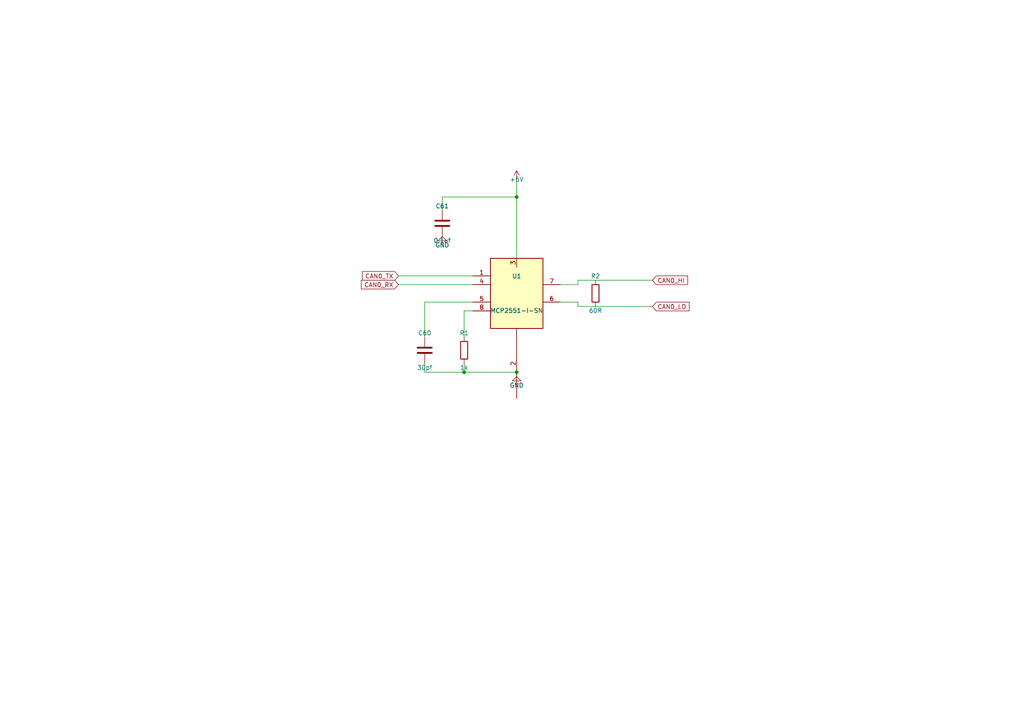
<source format=kicad_sch>
(kicad_sch (version 20231120) (generator "tokn_decoder") (generator_version "1.0")
  (paper "A4")
  (title_block (title "MCP2551 CAN Transciever"))
  (lib_symbols
    (symbol "Device:C" (pin_numbers (hide yes)) (pin_names (offset 0.254))
      (property "Reference" "C" (at 0.635 2.54 0))
      (property "Value" "C" (at 0.635 -2.54 0))
      (symbol "C_0_1"
        (polyline (pts (xy -2.032 0.762) (xy 2.032 0.762)) (stroke (width 0.508)))
        (polyline (pts (xy -2.032 -0.762) (xy 2.032 -0.762)) (stroke (width 0.508)))
      )
      (symbol "C_1_1"
        (pin passive line (at 0 3.81 270) (length 2.794) (name "~") (number "1"))
        (pin passive line (at 0 -3.81 90) (length 2.794) (name "~") (number "2"))
      )
    )
    (symbol "Device:R" (pin_numbers (hide yes)) (pin_names (offset 0))
      (property "Reference" "R" (at 2.032 0 90))
      (property "Value" "R" (at 0 0 90))
      (symbol "R_0_1"
        (rectangle (start -1.016 -2.54) (end 1.016 2.54) (stroke (width 0.254)))
      )
      (symbol "R_1_1"
        (pin passive line (at 0 3.81 270) (length 1.27) (name "~") (number "1"))
        (pin passive line (at 0 -3.81 90) (length 1.27) (name "~") (number "2"))
      )
    )
    (symbol "tokn:MCP2551"
      (property "Reference" "U" (at 14.7 -10.16 0))
      (property "Value" "MCP2551" (at 14.7 -7.62 0))
      (symbol "MCP2551_1_1"
        (rectangle (start -7.619999999999999 -10.16) (end 7.619999999999999 10.16) (stroke (width 0.254)) (fill (type background)))
        (pin passive line (at 0.0 10.159999999999997 270) (length 2.54) (name "~") (number "3"))
        (pin passive line (at 0.0 -10.159999999999997 270) (length 20.319999999999997) (name "~") (number "2"))
        (pin passive line (at 12.699999999999989 2.5400000000000063 180) (length 5.079999999999989) (name "~") (number "7"))
        (pin passive line (at 12.699999999999989 -2.539999999999992 180) (length 5.079999999999989) (name "~") (number "6"))
        (pin passive line (at -12.700000000000017 2.5400000000000063 0) (length 5.080000000000018) (name "~") (number "4"))
        (pin passive line (at -12.700000000000017 5.079999999999998 0) (length 5.080000000000018) (name "~") (number "1"))
        (pin passive line (at -12.700000000000017 -2.539999999999992 0) (length 5.080000000000018) (name "~") (number "5"))
        (pin passive line (at -12.700000000000017 -5.079999999999998 0) (length 5.080000000000018) (name "~") (number "8"))
      )
    )
    (symbol "power:+5V" (power) (pin_numbers (hide yes)) (pin_names (offset 0) (hide yes))
      (property "Value" "+5V" (at 0 3.556 0))
      (symbol "+5V_0_1"
        (polyline (pts (xy -0.762 1.27) (xy 0 2.54)))
        (polyline (pts (xy 0 2.54) (xy 0.762 1.27)))
        (polyline (pts (xy 0 0) (xy 0 2.54)))
      )
      (symbol "+5V_1_1"
        (pin power_in line (at 0 0 90) (length 0) (name "~") (number "1"))
      )
    )
    (symbol "power:GND" (power) (pin_numbers (hide yes)) (pin_names (offset 0) (hide yes))
      (property "Value" "GND" (at 0 -3.81 0))
      (symbol "GND_0_1"
        (polyline (pts (xy 0 0) (xy 0 -1.27) (xy 1.27 -1.27) (xy 0 -2.54) (xy -1.27 -1.27) (xy 0 -1.27)))
      )
      (symbol "GND_1_1"
        (pin power_in line (at 0 0 270) (length 0) (name "~") (number "1"))
      )
    )
  )
  (junction (at 149.86 57.15))
  (junction (at 134.62 107.95))
  (junction (at 149.86 107.95))
  (wire (pts (xy 128.27 57.15) (xy 149.86 57.15)))
  (wire (pts (xy 149.86 52.07) (xy 149.86 57.15)))
  (wire (pts (xy 128.27 60.96) (xy 128.27 57.15)))
  (wire (pts (xy 149.86 57.15) (xy 149.86 74.93)))
  (wire (pts (xy 123.19 107.95) (xy 134.62 107.95)))
  (wire (pts (xy 123.19 105.41) (xy 123.19 107.95)))
  (wire (pts (xy 149.86 107.95) (xy 149.86 111.76)))
  (wire (pts (xy 134.62 105.41) (xy 134.62 107.95)))
  (wire (pts (xy 134.62 107.95) (xy 149.86 107.95)))
  (wire (pts (xy 149.86 95.25) (xy 149.86 107.95)))
  (wire (pts (xy 128.27 68.58) (xy 128.27 71.12)))
  (wire (pts (xy 162.56 82.55) (xy 167.64 82.55)))
  (wire (pts (xy 172.72 81.28) (xy 189.23 81.28)))
  (wire (pts (xy 167.64 81.28) (xy 172.72 81.28)))
  (wire (pts (xy 167.64 82.55) (xy 167.64 81.28)))
  (wire (pts (xy 162.56 87.63) (xy 167.64 87.63)))
  (wire (pts (xy 167.64 88.9) (xy 172.72 88.9)))
  (wire (pts (xy 172.72 88.9) (xy 189.23 88.9)))
  (wire (pts (xy 167.64 87.63) (xy 167.64 88.9)))
  (wire (pts (xy 115.57 82.55) (xy 137.16 82.55)))
  (wire (pts (xy 115.57 80.01) (xy 137.16 80.01)))
  (wire (pts (xy 123.19 87.63) (xy 123.19 97.79)))
  (wire (pts (xy 137.16 87.63) (xy 123.19 87.63)))
  (wire (pts (xy 134.62 90.17) (xy 134.62 97.79)))
  (wire (pts (xy 137.16 90.17) (xy 134.62 90.17)))
  (global_label "CAN0_HI" (shape input) (at 189.23 81.28 0) (property "Intersheetrefs" "${INTERSHEET_REFS}" (effects (hide yes))))
  (global_label "CAN0_LO" (shape input) (at 189.23 88.9 0) (property "Intersheetrefs" "${INTERSHEET_REFS}" (effects (hide yes))))
  (global_label "CAN0_RX" (shape input) (at 115.57 82.55 180) (property "Intersheetrefs" "${INTERSHEET_REFS}" (effects (hide yes))))
  (global_label "CAN0_TX" (shape input) (at 115.57 80.01 180) (property "Intersheetrefs" "${INTERSHEET_REFS}" (effects (hide yes))))
  (symbol (lib_id "Device:C") (at 123.19 101.6 0) (unit 1)
    (property "Reference" "C60" (at 123.19 96.6 0))
    (property "Value" "30pf" (at 123.19 106.6 0))
    (property "Footprint" "Capacitor_SMD:C_0603_1608Metric" (effects (hide yes)))
  )
  (symbol (lib_id "Device:C") (at 128.27 64.77 0) (unit 1)
    (property "Reference" "C61" (at 128.27 59.769999999999996 0))
    (property "Value" "0.1uf" (at 128.27 69.77 0))
    (property "Footprint" "Capacitor_SMD:C_0603_1608Metric" (effects (hide yes)))
  )
  (symbol (lib_id "Device:R") (at 134.62 101.6 0) (unit 1)
    (property "Reference" "R1" (at 134.62 96.6 0))
    (property "Value" "1k" (at 134.62 106.6 0))
    (property "Footprint" "Resistor_SMD:R_0603_1608Metric" (effects (hide yes)))
  )
  (symbol (lib_id "Device:R") (at 172.72 85.09 180) (unit 1)
    (property "Reference" "R2" (at 172.72 80.09 0))
    (property "Value" "60R" (at 172.72 90.09 0))
    (property "Footprint" "Resistor_SMD:R_0603_1608Metric" (effects (hide yes)))
  )
  (symbol (lib_id "tokn:MCP2551") (at 149.86 85.09 0) (unit 1)
    (property "Reference" "U1" (at 149.86 80.09 0))
    (property "Value" "MCP2551-I-SN" (at 149.86 90.09 0))
    (property "Footprint" "Package_SO:SOIC-8_3.9x4.9mm_P1.27mm" (effects (hide yes)))
  )
  (symbol (lib_id "power:+5V") (at 149.86 52.07 0) (unit 1)
    (property "Reference" "#PWR01" (effects (hide yes)))
    (property "Value" "+5V" (at 149.86 52.07 0))
  )
  (symbol (lib_id "power:GND") (at 149.86 111.76 180) (unit 1)
    (property "Reference" "#PWR02" (effects (hide yes)))
    (property "Value" "GND" (at 149.86 111.76 0))
  )
  (symbol (lib_id "power:GND") (at 128.27 71.12 180) (unit 1)
    (property "Reference" "#PWR03" (effects (hide yes)))
    (property "Value" "GND" (at 128.27 71.12 0))
  )
)
</source>
